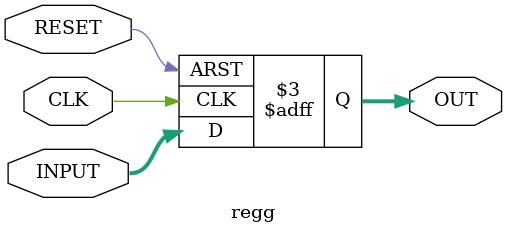
<source format=v>
module regg(
    input wire       CLK,
    input wire       RESET,

    input wire [3:0] INPUT,
    output reg [3:0] OUT);

    initial begin
    OUT = 0;
    end

    always @(posedge CLK, posedge RESET) begin
        if (RESET) begin
            OUT     = 0;
        end else begin
            OUT     = INPUT;
        end

    end

endmodule
    
</source>
